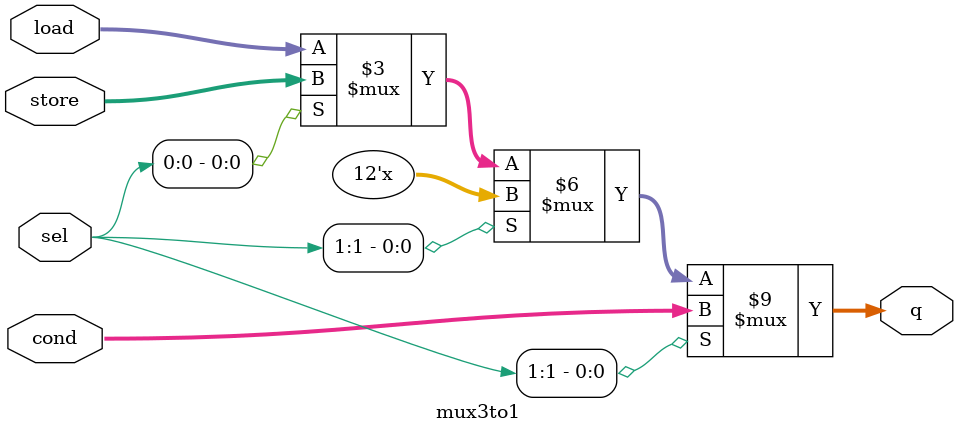
<source format=v>
module mux3to1
(
	input [11:0] load, store, cond,
	input [1:0] sel,
	output reg [11:0] q
);

	always@*
	begin
		if (sel[1])
			q = cond;
		else
			begin
				if (sel[0])
					q = store;
				else
					q = load;
			end
	end
	
endmodule

</source>
